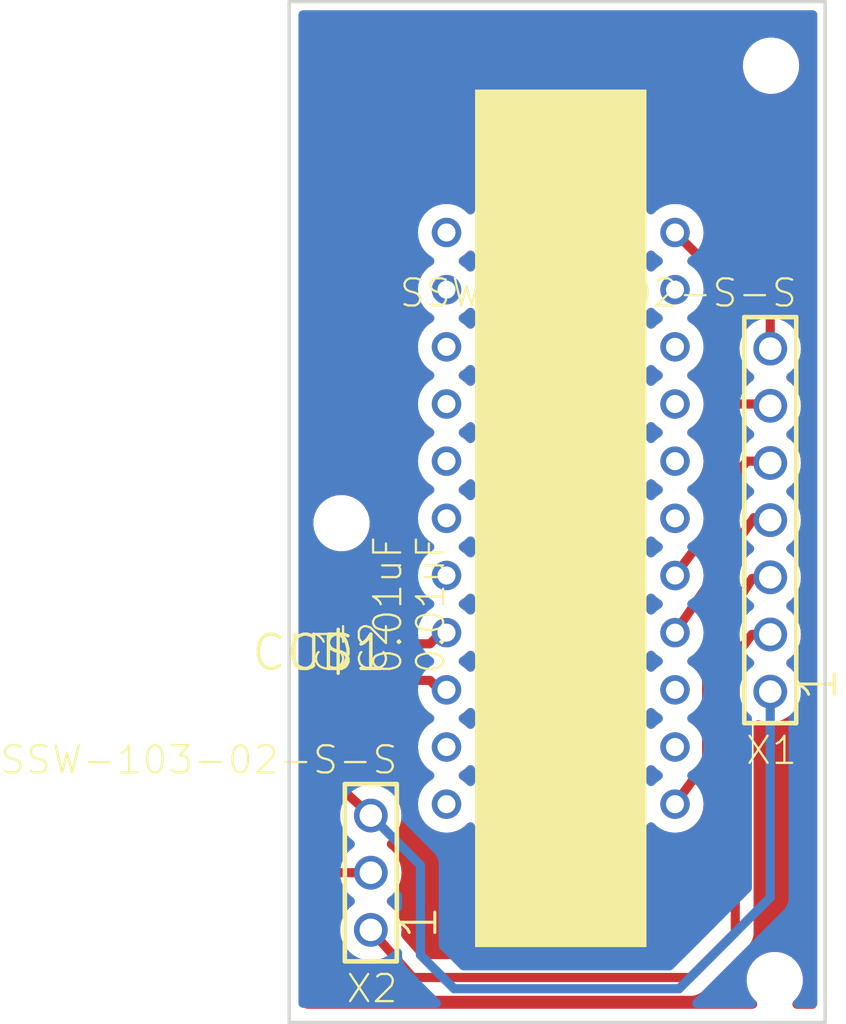
<source format=kicad_pcb>
(kicad_pcb (version 20221018) (generator pcbnew)
  (layers (0 "F.Cu" signal "Top") (31 "B.Cu" signal "Bottom") (34 "B.Paste" user) (35 "F.Paste" user) (36 "B.SilkS" user "B.Silkscreen") (37 "F.SilkS" user "F.Silkscreen") (38 "B.Mask" user) (39 "F.Mask" user) (44 "Edge.Cuts" user))
  (net 0 "")
  (net 1 "N$3")
  (net 2 "N$4")
  (net 3 "N$6")
  (net 4 "N$13")
  (net 5 "N$1")
  (net 6 "N$5")
  (net 7 "N$14")
  (footprint "ILX544A" (layer "F.Cu") (at 141.0411 110.3611 180)
    (fp_text reference "U$1" (at 0 0 180) (layer "F.SilkS") (effects (font (size 1.524 1.524)) (justify right top)))
    (fp_text value "CCD1" (at 0 0 180) (layer "F.SilkS") (effects (font (size 1.524 1.524)) (justify right top)))
    (fp_poly (pts (xy -11.43 -13.97) (xy -3.81 -13.97) (xy -3.81 24.13) (xy -11.43 24.13)) (fill solid) (layer "F.SilkS"))
    (pad "P$1" thru_hole circle (at -12.7 -7.62 180) (size 1.308 1.308) (drill 0.8) (layers "*.Cu" "*.Mask") (net 1 "N$3"))
    (pad "P$2" thru_hole circle (at -12.7 -5.08 180) (size 1.308 1.308) (drill 0.8) (layers "*.Cu" "*.Mask"))
    (pad "P$3" thru_hole circle (at -12.7 -2.54 180) (size 1.308 1.308) (drill 0.8) (layers "*.Cu" "*.Mask"))
    (pad "P$4" thru_hole circle (at -12.7 0 180) (size 1.308 1.308) (drill 0.8) (layers "*.Cu" "*.Mask") (net 2 "N$4"))
    (pad "P$5" thru_hole circle (at -12.7 2.54 180) (size 1.308 1.308) (drill 0.8) (layers "*.Cu" "*.Mask") (net 4 "N$13"))
    (pad "P$6" thru_hole circle (at -12.7 5.08 180) (size 1.308 1.308) (drill 0.8) (layers "*.Cu" "*.Mask"))
    (pad "P$7" thru_hole circle (at -12.7 7.62 180) (size 1.308 1.308) (drill 0.8) (layers "*.Cu" "*.Mask"))
    (pad "P$8" thru_hole circle (at -12.7 10.16 180) (size 1.308 1.308) (drill 0.8) (layers "*.Cu" "*.Mask"))
    (pad "P$9" thru_hole circle (at -12.7 12.7 180) (size 1.308 1.308) (drill 0.8) (layers "*.Cu" "*.Mask"))
    (pad "P$10" thru_hole circle (at -12.7 15.24 180) (size 1.308 1.308) (drill 0.8) (layers "*.Cu" "*.Mask"))
    (pad "P$11" thru_hole circle (at -12.7 17.78 180) (size 1.308 1.308) (drill 0.8) (layers "*.Cu" "*.Mask") (net 3 "N$6"))
    (pad "P$12" thru_hole circle (at -2.54 17.78 180) (size 1.308 1.308) (drill 0.8) (layers "*.Cu" "*.Mask"))
    (pad "P$13" thru_hole circle (at -2.54 15.24 180) (size 1.308 1.308) (drill 0.8) (layers "*.Cu" "*.Mask"))
    (pad "P$14" thru_hole circle (at -2.54 12.7 180) (size 1.308 1.308) (drill 0.8) (layers "*.Cu" "*.Mask"))
    (pad "P$15" thru_hole circle (at -2.54 10.16 180) (size 1.308 1.308) (drill 0.8) (layers "*.Cu" "*.Mask"))
    (pad "P$16" thru_hole circle (at -2.54 7.62 180) (size 1.308 1.308) (drill 0.8) (layers "*.Cu" "*.Mask"))
    (pad "P$17" thru_hole circle (at -2.54 5.08 180) (size 1.308 1.308) (drill 0.8) (layers "*.Cu" "*.Mask"))
    (pad "P$18" thru_hole circle (at -2.54 2.54 180) (size 1.308 1.308) (drill 0.8) (layers "*.Cu" "*.Mask"))
    (pad "P$19" thru_hole circle (at -2.54 0 180) (size 1.308 1.308) (drill 0.8) (layers "*.Cu" "*.Mask") (net 7 "N$14"))
    (pad "P$20" thru_hole circle (at -2.54 -2.54 180) (size 1.308 1.308) (drill 0.8) (layers "*.Cu" "*.Mask") (net 5 "N$1"))
    (pad "P$21" thru_hole circle (at -2.54 -5.08 180) (size 1.308 1.308) (drill 0.8) (layers "*.Cu" "*.Mask"))
    (pad "P$22" thru_hole circle (at -2.54 -7.62 180) (size 1.308 1.308) (drill 0.8) (layers "*.Cu" "*.Mask"))
  )
  (footprint "C0402" (layer "F.Cu") (at 139.7711 111.6311 90)
    (fp_text reference "C1" (at -0.635 -0.635 90) (layer "F.SilkS") (effects (font (size 1.2065 1.2065) (thickness 0.1016)) (justify left bottom)))
    (fp_text value "0.01uF" (at -0.635 1.905 90) (layer "F.SilkS") (effects (font (size 1.2065 1.2065) (thickness 0.1016)) (justify left bottom)))
    (pad "1" smd rect (at -0.65 0 90) (size 0.7 0.9) (layers "F.Cu" "F.Paste" "F.Mask") (net 5 "N$1"))
    (pad "2" smd rect (at 0.65 0 90) (size 0.7 0.9) (layers "F.Cu" "F.Paste" "F.Mask") (net 7 "N$14"))
  )
  (footprint "C0402" (layer "F.Cu") (at 141.6761 111.6311 90)
    (fp_text reference "C2" (at -0.635 -0.635 90) (layer "F.SilkS") (effects (font (size 1.2065 1.2065) (thickness 0.1016)) (justify left bottom)))
    (fp_text value "0.01uF" (at -0.635 1.905 90) (layer "F.SilkS") (effects (font (size 1.2065 1.2065) (thickness 0.1016)) (justify left bottom)))
    (pad "1" smd rect (at -0.65 0 90) (size 0.7 0.9) (layers "F.Cu" "F.Paste" "F.Mask") (net 5 "N$1"))
    (pad "2" smd rect (at 0.65 0 90) (size 0.7 0.9) (layers "F.Cu" "F.Paste" "F.Mask") (net 7 "N$14"))
  )
  (footprint "SSW-107-02-S-S" (layer "F.Cu") (at 157.9761 105.3611 90)
    (fp_text reference "X1" (at -9.525 1.27 180) (layer "F.SilkS") (effects (font (size 1.2065 1.2065) (thickness 0.1016)) (justify right top)))
    (fp_text value "SSW-107-02-S-S" (at 10.795 1.27 180) (layer "F.SilkS") (effects (font (size 1.2065 1.2065) (thickness 0.1016)) (justify right top)))
    (fp_text user "1" (at -8.128 3.048 90) (layer "F.SilkS") (effects (font (size 1.59258 1.59258) (thickness 0.134112)) (justify left bottom)))
    (fp_line (start -9.019 -1.155) (end 9.019 -1.155) (stroke (width 0.2032)) (layer "F.SilkS"))
    (fp_line (start -9.019 1.155) (end -9.019 -1.155) (stroke (width 0.2032)) (layer "F.SilkS"))
    (fp_line (start 9.019 -1.155) (end 9.019 1.155) (stroke (width 0.2032)) (layer "F.SilkS"))
    (fp_line (start 9.019 1.155) (end -9.019 1.155) (stroke (width 0.2032)) (layer "F.SilkS"))
    (pad "1" thru_hole circle (at -7.62 0 90) (size 1.5 1.5) (drill 1) (layers "*.Cu" "*.Mask") (net 5 "N$1"))
    (pad "2" thru_hole circle (at -5.08 0 90) (size 1.5 1.5) (drill 1) (layers "*.Cu" "*.Mask") (net 6 "N$5"))
    (pad "3" thru_hole circle (at -2.54 0 90) (size 1.5 1.5) (drill 1) (layers "*.Cu" "*.Mask") (net 1 "N$3"))
    (pad "4" thru_hole circle (at 0 0 90) (size 1.5 1.5) (drill 1) (layers "*.Cu" "*.Mask") (net 2 "N$4"))
    (pad "5" thru_hole circle (at 2.54 0 90) (size 1.5 1.5) (drill 1) (layers "*.Cu" "*.Mask") (net 4 "N$13"))
    (pad "6" thru_hole circle (at 5.08 0 90) (size 1.5 1.5) (drill 1) (layers "*.Cu" "*.Mask") (net 3 "N$6"))
    (pad "7" thru_hole circle (at 7.62 0 90) (size 1.5 1.5) (drill 1) (layers "*.Cu" "*.Mask") (net 7 "N$14"))
  )
  (footprint "SSW-103-02-S-S" (layer "F.Cu") (at 140.2161 121.0261 90)
    (fp_text reference "X2" (at -4.445 1.27 180) (layer "F.SilkS") (effects (font (size 1.2065 1.2065) (thickness 0.1016)) (justify right top)))
    (fp_text value "SSW-103-02-S-S" (at 5.715 1.27 180) (layer "F.SilkS") (effects (font (size 1.2065 1.2065) (thickness 0.1016)) (justify right top)))
    (fp_text user "1" (at -3.048 3.048 90) (layer "F.SilkS") (effects (font (size 1.59258 1.59258) (thickness 0.134112)) (justify left bottom)))
    (fp_line (start -3.939 -1.155) (end 3.939 -1.155) (stroke (width 0.2032)) (layer "F.SilkS"))
    (fp_line (start -3.939 1.155) (end -3.939 -1.155) (stroke (width 0.2032)) (layer "F.SilkS"))
    (fp_line (start 3.939 -1.155) (end 3.939 1.155) (stroke (width 0.2032)) (layer "F.SilkS"))
    (fp_line (start 3.939 1.155) (end -3.939 1.155) (stroke (width 0.2032)) (layer "F.SilkS"))
    (pad "1" thru_hole circle (at -2.54 0 90) (size 1.5 1.5) (drill 1) (layers "*.Cu" "*.Mask") (net 6 "N$5"))
    (pad "2" thru_hole circle (at 0 0 90) (size 1.5 1.5) (drill 1) (layers "*.Cu" "*.Mask") (net 7 "N$14"))
    (pad "3" thru_hole circle (at 2.54 0 90) (size 1.5 1.5) (drill 1) (layers "*.Cu" "*.Mask") (net 5 "N$1"))
  )
  (footprint "" (layer "F.Cu") (at 138.9111 105.4961)
    (fp_text reference "@HOLE1" hide)
    (fp_text value "" (at 0 0) (layer "F.SilkS") (effects (font (size 1.524 1.524))))
    (pad "" np_thru_hole circle (at 0 0) (size 2 2) (drill 2) (layers "*.Cu"))
  )
  (footprint "" (layer "F.Cu") (at 158.1761 125.7961)
    (fp_text reference "@HOLE0" hide)
    (fp_text value "" (at 0 0) (layer "F.SilkS") (effects (font (size 1.524 1.524))))
    (pad "" np_thru_hole circle (at 0 0) (size 2 2) (drill 2) (layers "*.Cu"))
  )
  (footprint "" (layer "F.Cu") (at 158.0111 85.1711)
    (fp_text reference "@HOLE2" hide)
    (fp_text value "" (at 0 0) (layer "F.SilkS") (effects (font (size 1.524 1.524))))
    (pad "" np_thru_hole circle (at 0 0) (size 2 2) (drill 2) (layers "*.Cu"))
  )
  (gr_line (start 160.4161 127.6811) (end 160.4161 82.3261) (stroke (width 0.15)) (layer "Edge.Cuts"))
  (gr_line (start 136.5861 127.6811) (end 160.4161 127.6811) (stroke (width 0.15)) (layer "Edge.Cuts"))
  (gr_line (start 160.4161 82.3261) (end 136.5861 82.3261) (stroke (width 0.15)) (layer "Edge.Cuts"))
  (gr_line (start 136.5861 82.3261) (end 136.5861 127.6811) (stroke (width 0.15)) (layer "Edge.Cuts"))
  (gr_text "ILX544A V1.0" (at 138.3011 83.7861 90) (layer "F.Cu") (effects (font (size 1.6891 1.6891) (thickness 0.14224)) (justify right top)))
  (segment (start 157.9761 107.9011) (end 157.1711 107.9561) (width 0.4064) (layer "F.Cu") (net 1))
  (segment (start 155.1461 110.9161) (end 155.1461 116.0761) (width 0.4064) (layer "F.Cu") (net 1))
  (segment (start 156.5311 108.9561) (end 155.1461 110.9161) (width 0.4064) (layer "F.Cu") (net 1))
  (segment (start 155.1461 116.0761) (end 153.7411 117.9811) (width 0.4064) (layer "F.Cu") (net 1))
  (segment (start 157.1711 107.9561) (end 156.5311 108.9561) (width 0.4064) (layer "F.Cu") (net 1))
  (segment (start 157.2561 105.2511) (end 153.7411 110.3611) (width 0.4064) (layer "F.Cu") (net 2))
  (segment (start 157.2561 105.2811) (end 157.2561 105.2511) (width 0.4064) (layer "F.Cu") (net 2))
  (segment (start 157.8961 105.2811) (end 157.2561 105.2811) (width 0.4064) (layer "F.Cu") (net 2))
  (segment (start 157.9761 105.3611) (end 157.8961 105.2811) (width 0.4064) (layer "F.Cu") (net 2))
  (segment (start 156.2811 100.2011) (end 155.6461 99.5661) (width 0.4064) (layer "F.Cu") (net 3))
  (segment (start 157.9761 100.2811) (end 157.8961 100.2011) (width 0.4064) (layer "F.Cu") (net 3))
  (segment (start 155.6461 99.5661) (end 155.6461 94.4861) (width 0.4064) (layer "F.Cu") (net 3))
  (segment (start 157.8961 100.2011) (end 156.2811 100.2011) (width 0.4064) (layer "F.Cu") (net 3))
  (segment (start 155.6461 94.4861) (end 153.7411 92.5811) (width 0.4064) (layer "F.Cu") (net 3))
  (segment (start 155.6461 105.2661) (end 153.7411 107.8211) (width 0.4064) (layer "F.Cu") (net 4))
  (segment (start 156.9311 102.7411) (end 155.6461 104.3511) (width 0.4064) (layer "F.Cu") (net 4))
  (segment (start 155.6461 104.3511) (end 155.6461 105.2661) (width 0.4064) (layer "F.Cu") (net 4))
  (segment (start 157.9761 102.8211) (end 157.8961 102.7411) (width 0.4064) (layer "F.Cu") (net 4))
  (segment (start 157.8961 102.7411) (end 156.9311 102.7411) (width 0.4064) (layer "F.Cu") (net 4))
  (segment (start 141.9211 112.5261) (end 141.6761 112.2811) (width 0.4064) (layer "F.Cu") (net 5))
  (segment (start 141.8761 112.4811) (end 141.6761 112.2811) (width 0.4064) (layer "F.Cu") (net 5))
  (segment (start 143.5811 112.9011) (end 143.2661 112.9011) (width 0.4064) (layer "F.Cu") (net 5))
  (segment (start 142.8461 112.4811) (end 141.8761 112.4811) (width 0.4064) (layer "F.Cu") (net 5))
  (segment (start 140.2161 118.4861) (end 139.1161 117.4861) (width 0.4064) (layer "F.Cu") (net 5))
  (segment (start 139.7711 112.2811) (end 141.6761 112.2811) (width 0.4064) (layer "F.Cu") (net 5))
  (segment (start 139.1161 112.9361) (end 139.7711 112.2811) (width 0.4064) (layer "F.Cu") (net 5))
  (segment (start 139.1161 117.4861) (end 139.1161 112.9361) (width 0.4064) (layer "F.Cu") (net 5))
  (segment (start 143.2661 112.9011) (end 142.8461 112.4811) (width 0.4064) (layer "F.Cu") (net 5))
  (segment (start 153.9211 126.1811) (end 143.9211 126.1811) (width 0.4064) (layer "B.Cu") (net 5))
  (segment (start 142.4211 120.6911) (end 140.2161 118.4861) (width 0.4064) (layer "B.Cu") (net 5))
  (segment (start 157.9761 122.1261) (end 153.9211 126.1811) (width 0.4064) (layer "B.Cu") (net 5))
  (segment (start 143.9211 126.1811) (end 142.4211 124.6811) (width 0.4064) (layer "B.Cu") (net 5))
  (segment (start 142.4211 124.6811) (end 142.4211 120.6911) (width 0.4064) (layer "B.Cu") (net 5))
  (segment (start 157.9761 112.9811) (end 157.9761 122.1261) (width 0.4064) (layer "B.Cu") (net 5))
  (segment (start 142.0811 125.6811) (end 140.2161 123.5661) (width 0.4064) (layer "F.Cu") (net 6))
  (segment (start 156.4211 123.6811) (end 154.4211 125.6811) (width 0.4064) (layer "F.Cu") (net 6))
  (segment (start 157.1611 110.4411) (end 156.4211 111.4311) (width 0.4064) (layer "F.Cu") (net 6))
  (segment (start 154.4211 125.6811) (end 142.0811 125.6811) (width 0.4064) (layer "F.Cu") (net 6))
  (segment (start 157.9761 110.4411) (end 157.1611 110.4411) (width 0.4064) (layer "F.Cu") (net 6))
  (segment (start 156.4211 111.4311) (end 156.4211 123.6811) (width 0.4064) (layer "F.Cu") (net 6))
  (segment (start 153.8961 89.7311) (end 153.8961 85.4061) (width 0.4064) (layer "F.Cu") (net 7))
  (segment (start 157.9761 93.8111) (end 153.8961 89.7311) (width 0.4064) (layer "F.Cu") (net 7))
  (segment (start 141.2211 109.5311) (end 139.7711 110.9811) (width 0.4064) (layer "F.Cu") (net 7))
  (segment (start 143.3411 110.3611) (end 143.5811 110.3611) (width 0.4064) (layer "F.Cu") (net 7))
  (segment (start 153.8961 85.4061) (end 152.5961 84.3561) (width 0.4064) (layer "F.Cu") (net 7))
  (segment (start 143.4961 85.7311) (end 143.4961 89.4061) (width 0.4064) (layer "F.Cu") (net 7))
  (segment (start 157.9761 97.7411) (end 157.9761 93.8111) (width 0.4064) (layer "F.Cu") (net 7))
  (segment (start 139.5711 111.1811) (end 139.7711 110.9811) (width 0.4064) (layer "F.Cu") (net 7))
  (segment (start 141.8011 110.8561) (end 142.8461 110.8561) (width 0.4064) (layer "F.Cu") (net 7))
  (segment (start 138.4211 111.1811) (end 139.5711 111.1811) (width 0.4064) (layer "F.Cu") (net 7))
  (segment (start 141.6761 110.9811) (end 141.8011 110.8561) (width 0.4064) (layer "F.Cu") (net 7))
  (segment (start 141.2211 91.6811) (end 141.2211 109.5311) (width 0.4064) (layer "F.Cu") (net 7))
  (segment (start 152.5961 84.3561) (end 144.8711 84.3561) (width 0.4064) (layer "F.Cu") (net 7))
  (segment (start 143.4961 89.4061) (end 141.2211 91.6811) (width 0.4064) (layer "F.Cu") (net 7))
  (segment (start 137.9211 120.1811) (end 137.9211 111.6811) (width 0.4064) (layer "F.Cu") (net 7))
  (segment (start 144.8711 84.3561) (end 143.4961 85.7311) (width 0.4064) (layer "F.Cu") (net 7))
  (segment (start 137.9211 111.6811) (end 138.4211 111.1811) (width 0.4064) (layer "F.Cu") (net 7))
  (segment (start 142.8461 110.8561) (end 143.3411 110.3611) (width 0.4064) (layer "F.Cu") (net 7))
  (segment (start 139.7711 110.9811) (end 141.6761 110.9811) (width 0.4064) (layer "F.Cu") (net 7))
  (segment (start 140.2161 121.0261) (end 138.7661 121.0261) (width 0.4064) (layer "F.Cu") (net 7))
  (segment (start 138.7661 121.0261) (end 137.9211 120.1811) (width 0.4064) (layer "F.Cu") (net 7))
  (zone (net 0) (net_name "") (layer "F.Cu") (priority 6) (connect_pads (clearance 0.6096)) (min_thickness 0.4064) (fill yes (thermal_gap 0.4564) (thermal_bridge_width 0.4564))
    (polygon (pts (xy 137.2011 82.7611) (xy 159.8811 82.7611) (xy 160.0561 127.0711) (xy 137.2011 127.0711)))
  )
  (zone (net 0) (net_name "") (layer "F.Cu") (priority 6) (connect_pads (clearance 0)) (min_thickness 0.4064)
    (keepout (tracks not_allowed) (vias not_allowed) (pads allowed) (copperpour not_allowed) (footprints allowed))
    (fill (thermal_gap 0.4564) (thermal_bridge_width 0.4564))
    (polygon (pts (xy 144.8511 86.2311) (xy 152.4711 86.2311) (xy 152.4711 124.3311) (xy 144.8511 124.3311)))
  )
  (zone (net 0) (net_name "") (layer "B.Cu") (priority 6) (connect_pads (clearance 0)) (min_thickness 0.6096)
    (keepout (tracks not_allowed) (vias not_allowed) (pads allowed) (copperpour not_allowed) (footprints allowed))
    (fill (thermal_gap 0.6596) (thermal_bridge_width 0.6596))
    (polygon (pts (xy 144.8511 86.2311) (xy 152.4711 86.2311) (xy 152.4711 124.3311) (xy 144.8511 124.3311)))
  )
  (zone (net 0) (net_name "") (layer "B.Cu") (priority 6) (connect_pads (clearance 0.6096)) (min_thickness 0.4064) (fill yes (thermal_gap 0.4564) (thermal_bridge_width 0.4564))
    (polygon (pts (xy 136.9961 82.7061) (xy 160.0711 82.7061) (xy 160.0711 127.0311) (xy 136.9961 127.0311)))
  )
)
</source>
